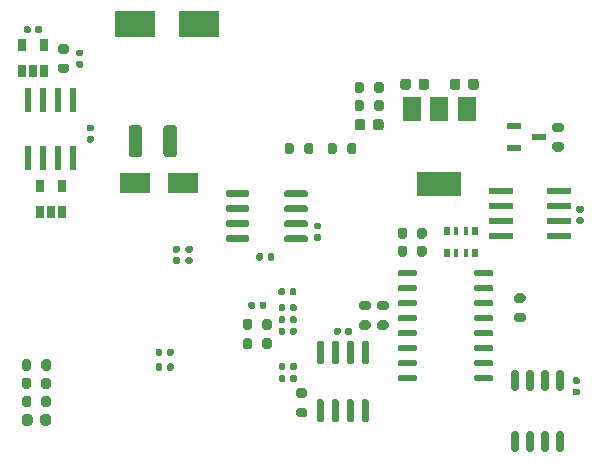
<source format=gbr>
%TF.GenerationSoftware,KiCad,Pcbnew,5.1.9-73d0e3b20d~88~ubuntu20.04.1*%
%TF.CreationDate,2021-04-18T22:18:41+08:00*%
%TF.ProjectId,AbsoluteEncoderBoard,4162736f-6c75-4746-9545-6e636f646572,rev?*%
%TF.SameCoordinates,Original*%
%TF.FileFunction,Paste,Bot*%
%TF.FilePolarity,Positive*%
%FSLAX46Y46*%
G04 Gerber Fmt 4.6, Leading zero omitted, Abs format (unit mm)*
G04 Created by KiCad (PCBNEW 5.1.9-73d0e3b20d~88~ubuntu20.04.1) date 2021-04-18 22:18:41*
%MOMM*%
%LPD*%
G01*
G04 APERTURE LIST*
%ADD10R,0.650000X1.060000*%
%ADD11R,2.500000X1.800000*%
%ADD12R,3.500000X2.300000*%
%ADD13R,1.500000X2.000000*%
%ADD14R,3.800000X2.000000*%
%ADD15R,2.000000X0.600000*%
%ADD16R,0.600000X2.000000*%
%ADD17R,0.500000X0.800000*%
%ADD18R,0.400000X0.800000*%
%ADD19R,1.300000X0.600000*%
G04 APERTURE END LIST*
G36*
G01*
X169165000Y-73575000D02*
X168615000Y-73575000D01*
G75*
G02*
X168415000Y-73375000I0J200000D01*
G01*
X168415000Y-72975000D01*
G75*
G02*
X168615000Y-72775000I200000J0D01*
G01*
X169165000Y-72775000D01*
G75*
G02*
X169365000Y-72975000I0J-200000D01*
G01*
X169365000Y-73375000D01*
G75*
G02*
X169165000Y-73575000I-200000J0D01*
G01*
G37*
G36*
G01*
X169165000Y-75225000D02*
X168615000Y-75225000D01*
G75*
G02*
X168415000Y-75025000I0J200000D01*
G01*
X168415000Y-74625000D01*
G75*
G02*
X168615000Y-74425000I200000J0D01*
G01*
X169165000Y-74425000D01*
G75*
G02*
X169365000Y-74625000I0J-200000D01*
G01*
X169365000Y-75025000D01*
G75*
G02*
X169165000Y-75225000I-200000J0D01*
G01*
G37*
G36*
G01*
X173480000Y-80860000D02*
X173820000Y-80860000D01*
G75*
G02*
X173960000Y-81000000I0J-140000D01*
G01*
X173960000Y-81280000D01*
G75*
G02*
X173820000Y-81420000I-140000J0D01*
G01*
X173480000Y-81420000D01*
G75*
G02*
X173340000Y-81280000I0J140000D01*
G01*
X173340000Y-81000000D01*
G75*
G02*
X173480000Y-80860000I140000J0D01*
G01*
G37*
G36*
G01*
X173480000Y-79900000D02*
X173820000Y-79900000D01*
G75*
G02*
X173960000Y-80040000I0J-140000D01*
G01*
X173960000Y-80320000D01*
G75*
G02*
X173820000Y-80460000I-140000J0D01*
G01*
X173480000Y-80460000D01*
G75*
G02*
X173340000Y-80320000I0J140000D01*
G01*
X173340000Y-80040000D01*
G75*
G02*
X173480000Y-79900000I140000J0D01*
G01*
G37*
G36*
G01*
X146860000Y-73950000D02*
X146860000Y-73610000D01*
G75*
G02*
X147000000Y-73470000I140000J0D01*
G01*
X147280000Y-73470000D01*
G75*
G02*
X147420000Y-73610000I0J-140000D01*
G01*
X147420000Y-73950000D01*
G75*
G02*
X147280000Y-74090000I-140000J0D01*
G01*
X147000000Y-74090000D01*
G75*
G02*
X146860000Y-73950000I0J140000D01*
G01*
G37*
G36*
G01*
X145900000Y-73950000D02*
X145900000Y-73610000D01*
G75*
G02*
X146040000Y-73470000I140000J0D01*
G01*
X146320000Y-73470000D01*
G75*
G02*
X146460000Y-73610000I0J-140000D01*
G01*
X146460000Y-73950000D01*
G75*
G02*
X146320000Y-74090000I-140000J0D01*
G01*
X146040000Y-74090000D01*
G75*
G02*
X145900000Y-73950000I0J140000D01*
G01*
G37*
G36*
G01*
X139630000Y-69725000D02*
X139970000Y-69725000D01*
G75*
G02*
X140110000Y-69865000I0J-140000D01*
G01*
X140110000Y-70145000D01*
G75*
G02*
X139970000Y-70285000I-140000J0D01*
G01*
X139630000Y-70285000D01*
G75*
G02*
X139490000Y-70145000I0J140000D01*
G01*
X139490000Y-69865000D01*
G75*
G02*
X139630000Y-69725000I140000J0D01*
G01*
G37*
G36*
G01*
X139630000Y-68765000D02*
X139970000Y-68765000D01*
G75*
G02*
X140110000Y-68905000I0J-140000D01*
G01*
X140110000Y-69185000D01*
G75*
G02*
X139970000Y-69325000I-140000J0D01*
G01*
X139630000Y-69325000D01*
G75*
G02*
X139490000Y-69185000I0J140000D01*
G01*
X139490000Y-68905000D01*
G75*
G02*
X139630000Y-68765000I140000J0D01*
G01*
G37*
G36*
G01*
X147530000Y-69860000D02*
X147530000Y-69520000D01*
G75*
G02*
X147670000Y-69380000I140000J0D01*
G01*
X147950000Y-69380000D01*
G75*
G02*
X148090000Y-69520000I0J-140000D01*
G01*
X148090000Y-69860000D01*
G75*
G02*
X147950000Y-70000000I-140000J0D01*
G01*
X147670000Y-70000000D01*
G75*
G02*
X147530000Y-69860000I0J140000D01*
G01*
G37*
G36*
G01*
X146570000Y-69860000D02*
X146570000Y-69520000D01*
G75*
G02*
X146710000Y-69380000I140000J0D01*
G01*
X146990000Y-69380000D01*
G75*
G02*
X147130000Y-69520000I0J-140000D01*
G01*
X147130000Y-69860000D01*
G75*
G02*
X146990000Y-70000000I-140000J0D01*
G01*
X146710000Y-70000000D01*
G75*
G02*
X146570000Y-69860000I0J140000D01*
G01*
G37*
G36*
G01*
X139000000Y-77940000D02*
X139000000Y-77600000D01*
G75*
G02*
X139140000Y-77460000I140000J0D01*
G01*
X139420000Y-77460000D01*
G75*
G02*
X139560000Y-77600000I0J-140000D01*
G01*
X139560000Y-77940000D01*
G75*
G02*
X139420000Y-78080000I-140000J0D01*
G01*
X139140000Y-78080000D01*
G75*
G02*
X139000000Y-77940000I0J140000D01*
G01*
G37*
G36*
G01*
X138040000Y-77940000D02*
X138040000Y-77600000D01*
G75*
G02*
X138180000Y-77460000I140000J0D01*
G01*
X138460000Y-77460000D01*
G75*
G02*
X138600000Y-77600000I0J-140000D01*
G01*
X138600000Y-77940000D01*
G75*
G02*
X138460000Y-78080000I-140000J0D01*
G01*
X138180000Y-78080000D01*
G75*
G02*
X138040000Y-77940000I0J140000D01*
G01*
G37*
G36*
G01*
X149000000Y-72480000D02*
X149000000Y-72820000D01*
G75*
G02*
X148860000Y-72960000I-140000J0D01*
G01*
X148580000Y-72960000D01*
G75*
G02*
X148440000Y-72820000I0J140000D01*
G01*
X148440000Y-72480000D01*
G75*
G02*
X148580000Y-72340000I140000J0D01*
G01*
X148860000Y-72340000D01*
G75*
G02*
X149000000Y-72480000I0J-140000D01*
G01*
G37*
G36*
G01*
X149960000Y-72480000D02*
X149960000Y-72820000D01*
G75*
G02*
X149820000Y-72960000I-140000J0D01*
G01*
X149540000Y-72960000D01*
G75*
G02*
X149400000Y-72820000I0J140000D01*
G01*
X149400000Y-72480000D01*
G75*
G02*
X149540000Y-72340000I140000J0D01*
G01*
X149820000Y-72340000D01*
G75*
G02*
X149960000Y-72480000I0J-140000D01*
G01*
G37*
G36*
G01*
X149025000Y-78805000D02*
X149025000Y-79145000D01*
G75*
G02*
X148885000Y-79285000I-140000J0D01*
G01*
X148605000Y-79285000D01*
G75*
G02*
X148465000Y-79145000I0J140000D01*
G01*
X148465000Y-78805000D01*
G75*
G02*
X148605000Y-78665000I140000J0D01*
G01*
X148885000Y-78665000D01*
G75*
G02*
X149025000Y-78805000I0J-140000D01*
G01*
G37*
G36*
G01*
X149985000Y-78805000D02*
X149985000Y-79145000D01*
G75*
G02*
X149845000Y-79285000I-140000J0D01*
G01*
X149565000Y-79285000D01*
G75*
G02*
X149425000Y-79145000I0J140000D01*
G01*
X149425000Y-78805000D01*
G75*
G02*
X149565000Y-78665000I140000J0D01*
G01*
X149845000Y-78665000D01*
G75*
G02*
X149985000Y-78805000I0J-140000D01*
G01*
G37*
G36*
G01*
X140705000Y-69725000D02*
X141045000Y-69725000D01*
G75*
G02*
X141185000Y-69865000I0J-140000D01*
G01*
X141185000Y-70145000D01*
G75*
G02*
X141045000Y-70285000I-140000J0D01*
G01*
X140705000Y-70285000D01*
G75*
G02*
X140565000Y-70145000I0J140000D01*
G01*
X140565000Y-69865000D01*
G75*
G02*
X140705000Y-69725000I140000J0D01*
G01*
G37*
G36*
G01*
X140705000Y-68765000D02*
X141045000Y-68765000D01*
G75*
G02*
X141185000Y-68905000I0J-140000D01*
G01*
X141185000Y-69185000D01*
G75*
G02*
X141045000Y-69325000I-140000J0D01*
G01*
X140705000Y-69325000D01*
G75*
G02*
X140565000Y-69185000I0J140000D01*
G01*
X140565000Y-68905000D01*
G75*
G02*
X140705000Y-68765000I140000J0D01*
G01*
G37*
G36*
G01*
X149425000Y-80170000D02*
X149425000Y-79830000D01*
G75*
G02*
X149565000Y-79690000I140000J0D01*
G01*
X149845000Y-79690000D01*
G75*
G02*
X149985000Y-79830000I0J-140000D01*
G01*
X149985000Y-80170000D01*
G75*
G02*
X149845000Y-80310000I-140000J0D01*
G01*
X149565000Y-80310000D01*
G75*
G02*
X149425000Y-80170000I0J140000D01*
G01*
G37*
G36*
G01*
X148465000Y-80170000D02*
X148465000Y-79830000D01*
G75*
G02*
X148605000Y-79690000I140000J0D01*
G01*
X148885000Y-79690000D01*
G75*
G02*
X149025000Y-79830000I0J-140000D01*
G01*
X149025000Y-80170000D01*
G75*
G02*
X148885000Y-80310000I-140000J0D01*
G01*
X148605000Y-80310000D01*
G75*
G02*
X148465000Y-80170000I0J140000D01*
G01*
G37*
G36*
G01*
X139000000Y-79195000D02*
X139000000Y-78855000D01*
G75*
G02*
X139140000Y-78715000I140000J0D01*
G01*
X139420000Y-78715000D01*
G75*
G02*
X139560000Y-78855000I0J-140000D01*
G01*
X139560000Y-79195000D01*
G75*
G02*
X139420000Y-79335000I-140000J0D01*
G01*
X139140000Y-79335000D01*
G75*
G02*
X139000000Y-79195000I0J140000D01*
G01*
G37*
G36*
G01*
X138040000Y-79195000D02*
X138040000Y-78855000D01*
G75*
G02*
X138180000Y-78715000I140000J0D01*
G01*
X138460000Y-78715000D01*
G75*
G02*
X138600000Y-78855000I0J-140000D01*
G01*
X138600000Y-79195000D01*
G75*
G02*
X138460000Y-79335000I-140000J0D01*
G01*
X138180000Y-79335000D01*
G75*
G02*
X138040000Y-79195000I0J140000D01*
G01*
G37*
G36*
G01*
X151920000Y-67350000D02*
X151580000Y-67350000D01*
G75*
G02*
X151440000Y-67210000I0J140000D01*
G01*
X151440000Y-66930000D01*
G75*
G02*
X151580000Y-66790000I140000J0D01*
G01*
X151920000Y-66790000D01*
G75*
G02*
X152060000Y-66930000I0J-140000D01*
G01*
X152060000Y-67210000D01*
G75*
G02*
X151920000Y-67350000I-140000J0D01*
G01*
G37*
G36*
G01*
X151920000Y-68310000D02*
X151580000Y-68310000D01*
G75*
G02*
X151440000Y-68170000I0J140000D01*
G01*
X151440000Y-67890000D01*
G75*
G02*
X151580000Y-67750000I140000J0D01*
G01*
X151920000Y-67750000D01*
G75*
G02*
X152060000Y-67890000I0J-140000D01*
G01*
X152060000Y-68170000D01*
G75*
G02*
X151920000Y-68310000I-140000J0D01*
G01*
G37*
G36*
G01*
X149010000Y-74830000D02*
X149010000Y-75170000D01*
G75*
G02*
X148870000Y-75310000I-140000J0D01*
G01*
X148590000Y-75310000D01*
G75*
G02*
X148450000Y-75170000I0J140000D01*
G01*
X148450000Y-74830000D01*
G75*
G02*
X148590000Y-74690000I140000J0D01*
G01*
X148870000Y-74690000D01*
G75*
G02*
X149010000Y-74830000I0J-140000D01*
G01*
G37*
G36*
G01*
X149970000Y-74830000D02*
X149970000Y-75170000D01*
G75*
G02*
X149830000Y-75310000I-140000J0D01*
G01*
X149550000Y-75310000D01*
G75*
G02*
X149410000Y-75170000I0J140000D01*
G01*
X149410000Y-74830000D01*
G75*
G02*
X149550000Y-74690000I140000J0D01*
G01*
X149830000Y-74690000D01*
G75*
G02*
X149970000Y-74830000I0J-140000D01*
G01*
G37*
G36*
G01*
X173800000Y-66340000D02*
X174140000Y-66340000D01*
G75*
G02*
X174280000Y-66480000I0J-140000D01*
G01*
X174280000Y-66760000D01*
G75*
G02*
X174140000Y-66900000I-140000J0D01*
G01*
X173800000Y-66900000D01*
G75*
G02*
X173660000Y-66760000I0J140000D01*
G01*
X173660000Y-66480000D01*
G75*
G02*
X173800000Y-66340000I140000J0D01*
G01*
G37*
G36*
G01*
X173800000Y-65380000D02*
X174140000Y-65380000D01*
G75*
G02*
X174280000Y-65520000I0J-140000D01*
G01*
X174280000Y-65800000D01*
G75*
G02*
X174140000Y-65940000I-140000J0D01*
G01*
X173800000Y-65940000D01*
G75*
G02*
X173660000Y-65800000I0J140000D01*
G01*
X173660000Y-65520000D01*
G75*
G02*
X173800000Y-65380000I140000J0D01*
G01*
G37*
G36*
G01*
X153700000Y-75830000D02*
X153700000Y-76170000D01*
G75*
G02*
X153560000Y-76310000I-140000J0D01*
G01*
X153280000Y-76310000D01*
G75*
G02*
X153140000Y-76170000I0J140000D01*
G01*
X153140000Y-75830000D01*
G75*
G02*
X153280000Y-75690000I140000J0D01*
G01*
X153560000Y-75690000D01*
G75*
G02*
X153700000Y-75830000I0J-140000D01*
G01*
G37*
G36*
G01*
X154660000Y-75830000D02*
X154660000Y-76170000D01*
G75*
G02*
X154520000Y-76310000I-140000J0D01*
G01*
X154240000Y-76310000D01*
G75*
G02*
X154100000Y-76170000I0J140000D01*
G01*
X154100000Y-75830000D01*
G75*
G02*
X154240000Y-75690000I140000J0D01*
G01*
X154520000Y-75690000D01*
G75*
G02*
X154660000Y-75830000I0J-140000D01*
G01*
G37*
G36*
G01*
X127450000Y-50280000D02*
X127450000Y-50620000D01*
G75*
G02*
X127310000Y-50760000I-140000J0D01*
G01*
X127030000Y-50760000D01*
G75*
G02*
X126890000Y-50620000I0J140000D01*
G01*
X126890000Y-50280000D01*
G75*
G02*
X127030000Y-50140000I140000J0D01*
G01*
X127310000Y-50140000D01*
G75*
G02*
X127450000Y-50280000I0J-140000D01*
G01*
G37*
G36*
G01*
X128410000Y-50280000D02*
X128410000Y-50620000D01*
G75*
G02*
X128270000Y-50760000I-140000J0D01*
G01*
X127990000Y-50760000D01*
G75*
G02*
X127850000Y-50620000I0J140000D01*
G01*
X127850000Y-50280000D01*
G75*
G02*
X127990000Y-50140000I140000J0D01*
G01*
X128270000Y-50140000D01*
G75*
G02*
X128410000Y-50280000I0J-140000D01*
G01*
G37*
G36*
G01*
X149010000Y-75830000D02*
X149010000Y-76170000D01*
G75*
G02*
X148870000Y-76310000I-140000J0D01*
G01*
X148590000Y-76310000D01*
G75*
G02*
X148450000Y-76170000I0J140000D01*
G01*
X148450000Y-75830000D01*
G75*
G02*
X148590000Y-75690000I140000J0D01*
G01*
X148870000Y-75690000D01*
G75*
G02*
X149010000Y-75830000I0J-140000D01*
G01*
G37*
G36*
G01*
X149970000Y-75830000D02*
X149970000Y-76170000D01*
G75*
G02*
X149830000Y-76310000I-140000J0D01*
G01*
X149550000Y-76310000D01*
G75*
G02*
X149410000Y-76170000I0J140000D01*
G01*
X149410000Y-75830000D01*
G75*
G02*
X149550000Y-75690000I140000J0D01*
G01*
X149830000Y-75690000D01*
G75*
G02*
X149970000Y-75830000I0J-140000D01*
G01*
G37*
G36*
G01*
X131790000Y-52700000D02*
X131450000Y-52700000D01*
G75*
G02*
X131310000Y-52560000I0J140000D01*
G01*
X131310000Y-52280000D01*
G75*
G02*
X131450000Y-52140000I140000J0D01*
G01*
X131790000Y-52140000D01*
G75*
G02*
X131930000Y-52280000I0J-140000D01*
G01*
X131930000Y-52560000D01*
G75*
G02*
X131790000Y-52700000I-140000J0D01*
G01*
G37*
G36*
G01*
X131790000Y-53660000D02*
X131450000Y-53660000D01*
G75*
G02*
X131310000Y-53520000I0J140000D01*
G01*
X131310000Y-53240000D01*
G75*
G02*
X131450000Y-53100000I140000J0D01*
G01*
X131790000Y-53100000D01*
G75*
G02*
X131930000Y-53240000I0J-140000D01*
G01*
X131930000Y-53520000D01*
G75*
G02*
X131790000Y-53660000I-140000J0D01*
G01*
G37*
D10*
X130125000Y-63700000D03*
X128225000Y-63700000D03*
X128225000Y-65900000D03*
X129175000Y-65900000D03*
X130125000Y-65900000D03*
G36*
G01*
X132670000Y-59050000D02*
X132330000Y-59050000D01*
G75*
G02*
X132190000Y-58910000I0J140000D01*
G01*
X132190000Y-58630000D01*
G75*
G02*
X132330000Y-58490000I140000J0D01*
G01*
X132670000Y-58490000D01*
G75*
G02*
X132810000Y-58630000I0J-140000D01*
G01*
X132810000Y-58910000D01*
G75*
G02*
X132670000Y-59050000I-140000J0D01*
G01*
G37*
G36*
G01*
X132670000Y-60010000D02*
X132330000Y-60010000D01*
G75*
G02*
X132190000Y-59870000I0J140000D01*
G01*
X132190000Y-59590000D01*
G75*
G02*
X132330000Y-59450000I140000J0D01*
G01*
X132670000Y-59450000D01*
G75*
G02*
X132810000Y-59590000I0J-140000D01*
G01*
X132810000Y-59870000D01*
G75*
G02*
X132670000Y-60010000I-140000J0D01*
G01*
G37*
G36*
G01*
X149010000Y-73830000D02*
X149010000Y-74170000D01*
G75*
G02*
X148870000Y-74310000I-140000J0D01*
G01*
X148590000Y-74310000D01*
G75*
G02*
X148450000Y-74170000I0J140000D01*
G01*
X148450000Y-73830000D01*
G75*
G02*
X148590000Y-73690000I140000J0D01*
G01*
X148870000Y-73690000D01*
G75*
G02*
X149010000Y-73830000I0J-140000D01*
G01*
G37*
G36*
G01*
X149970000Y-73830000D02*
X149970000Y-74170000D01*
G75*
G02*
X149830000Y-74310000I-140000J0D01*
G01*
X149550000Y-74310000D01*
G75*
G02*
X149410000Y-74170000I0J140000D01*
G01*
X149410000Y-73830000D01*
G75*
G02*
X149550000Y-73690000I140000J0D01*
G01*
X149830000Y-73690000D01*
G75*
G02*
X149970000Y-73830000I0J-140000D01*
G01*
G37*
G36*
G01*
X138700000Y-61000001D02*
X138700000Y-58799999D01*
G75*
G02*
X138949999Y-58550000I249999J0D01*
G01*
X139600001Y-58550000D01*
G75*
G02*
X139850000Y-58799999I0J-249999D01*
G01*
X139850000Y-61000001D01*
G75*
G02*
X139600001Y-61250000I-249999J0D01*
G01*
X138949999Y-61250000D01*
G75*
G02*
X138700000Y-61000001I0J249999D01*
G01*
G37*
G36*
G01*
X135750000Y-61000001D02*
X135750000Y-58799999D01*
G75*
G02*
X135999999Y-58550000I249999J0D01*
G01*
X136650001Y-58550000D01*
G75*
G02*
X136900000Y-58799999I0J-249999D01*
G01*
X136900000Y-61000001D01*
G75*
G02*
X136650001Y-61250000I-249999J0D01*
G01*
X135999999Y-61250000D01*
G75*
G02*
X135750000Y-61000001I0J249999D01*
G01*
G37*
D11*
X136325000Y-63475000D03*
X140325000Y-63475000D03*
D12*
X136290000Y-50010000D03*
X141690000Y-50010000D03*
G36*
G01*
X156440840Y-58750000D02*
X156440840Y-58250000D01*
G75*
G02*
X156665840Y-58025000I225000J0D01*
G01*
X157115840Y-58025000D01*
G75*
G02*
X157340840Y-58250000I0J-225000D01*
G01*
X157340840Y-58750000D01*
G75*
G02*
X157115840Y-58975000I-225000J0D01*
G01*
X156665840Y-58975000D01*
G75*
G02*
X156440840Y-58750000I0J225000D01*
G01*
G37*
G36*
G01*
X154890840Y-58750000D02*
X154890840Y-58250000D01*
G75*
G02*
X155115840Y-58025000I225000J0D01*
G01*
X155565840Y-58025000D01*
G75*
G02*
X155790840Y-58250000I0J-225000D01*
G01*
X155790840Y-58750000D01*
G75*
G02*
X155565840Y-58975000I-225000J0D01*
G01*
X155115840Y-58975000D01*
G75*
G02*
X154890840Y-58750000I0J225000D01*
G01*
G37*
G36*
G01*
X165030000Y-80092500D02*
X165030000Y-79817500D01*
G75*
G02*
X165167500Y-79680000I137500J0D01*
G01*
X166492500Y-79680000D01*
G75*
G02*
X166630000Y-79817500I0J-137500D01*
G01*
X166630000Y-80092500D01*
G75*
G02*
X166492500Y-80230000I-137500J0D01*
G01*
X165167500Y-80230000D01*
G75*
G02*
X165030000Y-80092500I0J137500D01*
G01*
G37*
G36*
G01*
X165030000Y-78822500D02*
X165030000Y-78547500D01*
G75*
G02*
X165167500Y-78410000I137500J0D01*
G01*
X166492500Y-78410000D01*
G75*
G02*
X166630000Y-78547500I0J-137500D01*
G01*
X166630000Y-78822500D01*
G75*
G02*
X166492500Y-78960000I-137500J0D01*
G01*
X165167500Y-78960000D01*
G75*
G02*
X165030000Y-78822500I0J137500D01*
G01*
G37*
G36*
G01*
X165030000Y-77552500D02*
X165030000Y-77277500D01*
G75*
G02*
X165167500Y-77140000I137500J0D01*
G01*
X166492500Y-77140000D01*
G75*
G02*
X166630000Y-77277500I0J-137500D01*
G01*
X166630000Y-77552500D01*
G75*
G02*
X166492500Y-77690000I-137500J0D01*
G01*
X165167500Y-77690000D01*
G75*
G02*
X165030000Y-77552500I0J137500D01*
G01*
G37*
G36*
G01*
X165030000Y-76282500D02*
X165030000Y-76007500D01*
G75*
G02*
X165167500Y-75870000I137500J0D01*
G01*
X166492500Y-75870000D01*
G75*
G02*
X166630000Y-76007500I0J-137500D01*
G01*
X166630000Y-76282500D01*
G75*
G02*
X166492500Y-76420000I-137500J0D01*
G01*
X165167500Y-76420000D01*
G75*
G02*
X165030000Y-76282500I0J137500D01*
G01*
G37*
G36*
G01*
X165030000Y-75012500D02*
X165030000Y-74737500D01*
G75*
G02*
X165167500Y-74600000I137500J0D01*
G01*
X166492500Y-74600000D01*
G75*
G02*
X166630000Y-74737500I0J-137500D01*
G01*
X166630000Y-75012500D01*
G75*
G02*
X166492500Y-75150000I-137500J0D01*
G01*
X165167500Y-75150000D01*
G75*
G02*
X165030000Y-75012500I0J137500D01*
G01*
G37*
G36*
G01*
X165030000Y-73742500D02*
X165030000Y-73467500D01*
G75*
G02*
X165167500Y-73330000I137500J0D01*
G01*
X166492500Y-73330000D01*
G75*
G02*
X166630000Y-73467500I0J-137500D01*
G01*
X166630000Y-73742500D01*
G75*
G02*
X166492500Y-73880000I-137500J0D01*
G01*
X165167500Y-73880000D01*
G75*
G02*
X165030000Y-73742500I0J137500D01*
G01*
G37*
G36*
G01*
X165030000Y-72472500D02*
X165030000Y-72197500D01*
G75*
G02*
X165167500Y-72060000I137500J0D01*
G01*
X166492500Y-72060000D01*
G75*
G02*
X166630000Y-72197500I0J-137500D01*
G01*
X166630000Y-72472500D01*
G75*
G02*
X166492500Y-72610000I-137500J0D01*
G01*
X165167500Y-72610000D01*
G75*
G02*
X165030000Y-72472500I0J137500D01*
G01*
G37*
G36*
G01*
X165030000Y-71202500D02*
X165030000Y-70927500D01*
G75*
G02*
X165167500Y-70790000I137500J0D01*
G01*
X166492500Y-70790000D01*
G75*
G02*
X166630000Y-70927500I0J-137500D01*
G01*
X166630000Y-71202500D01*
G75*
G02*
X166492500Y-71340000I-137500J0D01*
G01*
X165167500Y-71340000D01*
G75*
G02*
X165030000Y-71202500I0J137500D01*
G01*
G37*
G36*
G01*
X158530000Y-71202500D02*
X158530000Y-70927500D01*
G75*
G02*
X158667500Y-70790000I137500J0D01*
G01*
X159992500Y-70790000D01*
G75*
G02*
X160130000Y-70927500I0J-137500D01*
G01*
X160130000Y-71202500D01*
G75*
G02*
X159992500Y-71340000I-137500J0D01*
G01*
X158667500Y-71340000D01*
G75*
G02*
X158530000Y-71202500I0J137500D01*
G01*
G37*
G36*
G01*
X158530000Y-72472500D02*
X158530000Y-72197500D01*
G75*
G02*
X158667500Y-72060000I137500J0D01*
G01*
X159992500Y-72060000D01*
G75*
G02*
X160130000Y-72197500I0J-137500D01*
G01*
X160130000Y-72472500D01*
G75*
G02*
X159992500Y-72610000I-137500J0D01*
G01*
X158667500Y-72610000D01*
G75*
G02*
X158530000Y-72472500I0J137500D01*
G01*
G37*
G36*
G01*
X158530000Y-73742500D02*
X158530000Y-73467500D01*
G75*
G02*
X158667500Y-73330000I137500J0D01*
G01*
X159992500Y-73330000D01*
G75*
G02*
X160130000Y-73467500I0J-137500D01*
G01*
X160130000Y-73742500D01*
G75*
G02*
X159992500Y-73880000I-137500J0D01*
G01*
X158667500Y-73880000D01*
G75*
G02*
X158530000Y-73742500I0J137500D01*
G01*
G37*
G36*
G01*
X158530000Y-75012500D02*
X158530000Y-74737500D01*
G75*
G02*
X158667500Y-74600000I137500J0D01*
G01*
X159992500Y-74600000D01*
G75*
G02*
X160130000Y-74737500I0J-137500D01*
G01*
X160130000Y-75012500D01*
G75*
G02*
X159992500Y-75150000I-137500J0D01*
G01*
X158667500Y-75150000D01*
G75*
G02*
X158530000Y-75012500I0J137500D01*
G01*
G37*
G36*
G01*
X158530000Y-76282500D02*
X158530000Y-76007500D01*
G75*
G02*
X158667500Y-75870000I137500J0D01*
G01*
X159992500Y-75870000D01*
G75*
G02*
X160130000Y-76007500I0J-137500D01*
G01*
X160130000Y-76282500D01*
G75*
G02*
X159992500Y-76420000I-137500J0D01*
G01*
X158667500Y-76420000D01*
G75*
G02*
X158530000Y-76282500I0J137500D01*
G01*
G37*
G36*
G01*
X158530000Y-77552500D02*
X158530000Y-77277500D01*
G75*
G02*
X158667500Y-77140000I137500J0D01*
G01*
X159992500Y-77140000D01*
G75*
G02*
X160130000Y-77277500I0J-137500D01*
G01*
X160130000Y-77552500D01*
G75*
G02*
X159992500Y-77690000I-137500J0D01*
G01*
X158667500Y-77690000D01*
G75*
G02*
X158530000Y-77552500I0J137500D01*
G01*
G37*
G36*
G01*
X158530000Y-78822500D02*
X158530000Y-78547500D01*
G75*
G02*
X158667500Y-78410000I137500J0D01*
G01*
X159992500Y-78410000D01*
G75*
G02*
X160130000Y-78547500I0J-137500D01*
G01*
X160130000Y-78822500D01*
G75*
G02*
X159992500Y-78960000I-137500J0D01*
G01*
X158667500Y-78960000D01*
G75*
G02*
X158530000Y-78822500I0J137500D01*
G01*
G37*
G36*
G01*
X158530000Y-80092500D02*
X158530000Y-79817500D01*
G75*
G02*
X158667500Y-79680000I137500J0D01*
G01*
X159992500Y-79680000D01*
G75*
G02*
X160130000Y-79817500I0J-137500D01*
G01*
X160130000Y-80092500D01*
G75*
G02*
X159992500Y-80230000I-137500J0D01*
G01*
X158667500Y-80230000D01*
G75*
G02*
X158530000Y-80092500I0J137500D01*
G01*
G37*
G36*
G01*
X148950000Y-68305000D02*
X148950000Y-68005000D01*
G75*
G02*
X149100000Y-67855000I150000J0D01*
G01*
X150750000Y-67855000D01*
G75*
G02*
X150900000Y-68005000I0J-150000D01*
G01*
X150900000Y-68305000D01*
G75*
G02*
X150750000Y-68455000I-150000J0D01*
G01*
X149100000Y-68455000D01*
G75*
G02*
X148950000Y-68305000I0J150000D01*
G01*
G37*
G36*
G01*
X148950000Y-67035000D02*
X148950000Y-66735000D01*
G75*
G02*
X149100000Y-66585000I150000J0D01*
G01*
X150750000Y-66585000D01*
G75*
G02*
X150900000Y-66735000I0J-150000D01*
G01*
X150900000Y-67035000D01*
G75*
G02*
X150750000Y-67185000I-150000J0D01*
G01*
X149100000Y-67185000D01*
G75*
G02*
X148950000Y-67035000I0J150000D01*
G01*
G37*
G36*
G01*
X148950000Y-65765000D02*
X148950000Y-65465000D01*
G75*
G02*
X149100000Y-65315000I150000J0D01*
G01*
X150750000Y-65315000D01*
G75*
G02*
X150900000Y-65465000I0J-150000D01*
G01*
X150900000Y-65765000D01*
G75*
G02*
X150750000Y-65915000I-150000J0D01*
G01*
X149100000Y-65915000D01*
G75*
G02*
X148950000Y-65765000I0J150000D01*
G01*
G37*
G36*
G01*
X148950000Y-64495000D02*
X148950000Y-64195000D01*
G75*
G02*
X149100000Y-64045000I150000J0D01*
G01*
X150750000Y-64045000D01*
G75*
G02*
X150900000Y-64195000I0J-150000D01*
G01*
X150900000Y-64495000D01*
G75*
G02*
X150750000Y-64645000I-150000J0D01*
G01*
X149100000Y-64645000D01*
G75*
G02*
X148950000Y-64495000I0J150000D01*
G01*
G37*
G36*
G01*
X144000000Y-64495000D02*
X144000000Y-64195000D01*
G75*
G02*
X144150000Y-64045000I150000J0D01*
G01*
X145800000Y-64045000D01*
G75*
G02*
X145950000Y-64195000I0J-150000D01*
G01*
X145950000Y-64495000D01*
G75*
G02*
X145800000Y-64645000I-150000J0D01*
G01*
X144150000Y-64645000D01*
G75*
G02*
X144000000Y-64495000I0J150000D01*
G01*
G37*
G36*
G01*
X144000000Y-65765000D02*
X144000000Y-65465000D01*
G75*
G02*
X144150000Y-65315000I150000J0D01*
G01*
X145800000Y-65315000D01*
G75*
G02*
X145950000Y-65465000I0J-150000D01*
G01*
X145950000Y-65765000D01*
G75*
G02*
X145800000Y-65915000I-150000J0D01*
G01*
X144150000Y-65915000D01*
G75*
G02*
X144000000Y-65765000I0J150000D01*
G01*
G37*
G36*
G01*
X144000000Y-67035000D02*
X144000000Y-66735000D01*
G75*
G02*
X144150000Y-66585000I150000J0D01*
G01*
X145800000Y-66585000D01*
G75*
G02*
X145950000Y-66735000I0J-150000D01*
G01*
X145950000Y-67035000D01*
G75*
G02*
X145800000Y-67185000I-150000J0D01*
G01*
X144150000Y-67185000D01*
G75*
G02*
X144000000Y-67035000I0J150000D01*
G01*
G37*
G36*
G01*
X144000000Y-68305000D02*
X144000000Y-68005000D01*
G75*
G02*
X144150000Y-67855000I150000J0D01*
G01*
X145800000Y-67855000D01*
G75*
G02*
X145950000Y-68005000I0J-150000D01*
G01*
X145950000Y-68305000D01*
G75*
G02*
X145800000Y-68455000I-150000J0D01*
G01*
X144150000Y-68455000D01*
G75*
G02*
X144000000Y-68305000I0J150000D01*
G01*
G37*
D13*
X159763400Y-57190000D03*
X164363400Y-57190000D03*
X162063400Y-57190000D03*
D14*
X162063400Y-63490000D03*
G36*
G01*
X172425000Y-81050000D02*
X172125000Y-81050000D01*
G75*
G02*
X171975000Y-80900000I0J150000D01*
G01*
X171975000Y-79450000D01*
G75*
G02*
X172125000Y-79300000I150000J0D01*
G01*
X172425000Y-79300000D01*
G75*
G02*
X172575000Y-79450000I0J-150000D01*
G01*
X172575000Y-80900000D01*
G75*
G02*
X172425000Y-81050000I-150000J0D01*
G01*
G37*
G36*
G01*
X171155000Y-81050000D02*
X170855000Y-81050000D01*
G75*
G02*
X170705000Y-80900000I0J150000D01*
G01*
X170705000Y-79450000D01*
G75*
G02*
X170855000Y-79300000I150000J0D01*
G01*
X171155000Y-79300000D01*
G75*
G02*
X171305000Y-79450000I0J-150000D01*
G01*
X171305000Y-80900000D01*
G75*
G02*
X171155000Y-81050000I-150000J0D01*
G01*
G37*
G36*
G01*
X169885000Y-81050000D02*
X169585000Y-81050000D01*
G75*
G02*
X169435000Y-80900000I0J150000D01*
G01*
X169435000Y-79450000D01*
G75*
G02*
X169585000Y-79300000I150000J0D01*
G01*
X169885000Y-79300000D01*
G75*
G02*
X170035000Y-79450000I0J-150000D01*
G01*
X170035000Y-80900000D01*
G75*
G02*
X169885000Y-81050000I-150000J0D01*
G01*
G37*
G36*
G01*
X168615000Y-81050000D02*
X168315000Y-81050000D01*
G75*
G02*
X168165000Y-80900000I0J150000D01*
G01*
X168165000Y-79450000D01*
G75*
G02*
X168315000Y-79300000I150000J0D01*
G01*
X168615000Y-79300000D01*
G75*
G02*
X168765000Y-79450000I0J-150000D01*
G01*
X168765000Y-80900000D01*
G75*
G02*
X168615000Y-81050000I-150000J0D01*
G01*
G37*
G36*
G01*
X168615000Y-86200000D02*
X168315000Y-86200000D01*
G75*
G02*
X168165000Y-86050000I0J150000D01*
G01*
X168165000Y-84600000D01*
G75*
G02*
X168315000Y-84450000I150000J0D01*
G01*
X168615000Y-84450000D01*
G75*
G02*
X168765000Y-84600000I0J-150000D01*
G01*
X168765000Y-86050000D01*
G75*
G02*
X168615000Y-86200000I-150000J0D01*
G01*
G37*
G36*
G01*
X169885000Y-86200000D02*
X169585000Y-86200000D01*
G75*
G02*
X169435000Y-86050000I0J150000D01*
G01*
X169435000Y-84600000D01*
G75*
G02*
X169585000Y-84450000I150000J0D01*
G01*
X169885000Y-84450000D01*
G75*
G02*
X170035000Y-84600000I0J-150000D01*
G01*
X170035000Y-86050000D01*
G75*
G02*
X169885000Y-86200000I-150000J0D01*
G01*
G37*
G36*
G01*
X171155000Y-86200000D02*
X170855000Y-86200000D01*
G75*
G02*
X170705000Y-86050000I0J150000D01*
G01*
X170705000Y-84600000D01*
G75*
G02*
X170855000Y-84450000I150000J0D01*
G01*
X171155000Y-84450000D01*
G75*
G02*
X171305000Y-84600000I0J-150000D01*
G01*
X171305000Y-86050000D01*
G75*
G02*
X171155000Y-86200000I-150000J0D01*
G01*
G37*
G36*
G01*
X172425000Y-86200000D02*
X172125000Y-86200000D01*
G75*
G02*
X171975000Y-86050000I0J150000D01*
G01*
X171975000Y-84600000D01*
G75*
G02*
X172125000Y-84450000I150000J0D01*
G01*
X172425000Y-84450000D01*
G75*
G02*
X172575000Y-84600000I0J-150000D01*
G01*
X172575000Y-86050000D01*
G75*
G02*
X172425000Y-86200000I-150000J0D01*
G01*
G37*
D15*
X172180000Y-66635000D03*
X167280000Y-64095000D03*
X167280000Y-65365000D03*
X167280000Y-66635000D03*
X167280000Y-67905000D03*
X172180000Y-67905000D03*
X172180000Y-65365000D03*
X172180000Y-64095000D03*
G36*
G01*
X151845000Y-81750000D02*
X152145000Y-81750000D01*
G75*
G02*
X152295000Y-81900000I0J-150000D01*
G01*
X152295000Y-83550000D01*
G75*
G02*
X152145000Y-83700000I-150000J0D01*
G01*
X151845000Y-83700000D01*
G75*
G02*
X151695000Y-83550000I0J150000D01*
G01*
X151695000Y-81900000D01*
G75*
G02*
X151845000Y-81750000I150000J0D01*
G01*
G37*
G36*
G01*
X153115000Y-81750000D02*
X153415000Y-81750000D01*
G75*
G02*
X153565000Y-81900000I0J-150000D01*
G01*
X153565000Y-83550000D01*
G75*
G02*
X153415000Y-83700000I-150000J0D01*
G01*
X153115000Y-83700000D01*
G75*
G02*
X152965000Y-83550000I0J150000D01*
G01*
X152965000Y-81900000D01*
G75*
G02*
X153115000Y-81750000I150000J0D01*
G01*
G37*
G36*
G01*
X154385000Y-81750000D02*
X154685000Y-81750000D01*
G75*
G02*
X154835000Y-81900000I0J-150000D01*
G01*
X154835000Y-83550000D01*
G75*
G02*
X154685000Y-83700000I-150000J0D01*
G01*
X154385000Y-83700000D01*
G75*
G02*
X154235000Y-83550000I0J150000D01*
G01*
X154235000Y-81900000D01*
G75*
G02*
X154385000Y-81750000I150000J0D01*
G01*
G37*
G36*
G01*
X155655000Y-81750000D02*
X155955000Y-81750000D01*
G75*
G02*
X156105000Y-81900000I0J-150000D01*
G01*
X156105000Y-83550000D01*
G75*
G02*
X155955000Y-83700000I-150000J0D01*
G01*
X155655000Y-83700000D01*
G75*
G02*
X155505000Y-83550000I0J150000D01*
G01*
X155505000Y-81900000D01*
G75*
G02*
X155655000Y-81750000I150000J0D01*
G01*
G37*
G36*
G01*
X155655000Y-76800000D02*
X155955000Y-76800000D01*
G75*
G02*
X156105000Y-76950000I0J-150000D01*
G01*
X156105000Y-78600000D01*
G75*
G02*
X155955000Y-78750000I-150000J0D01*
G01*
X155655000Y-78750000D01*
G75*
G02*
X155505000Y-78600000I0J150000D01*
G01*
X155505000Y-76950000D01*
G75*
G02*
X155655000Y-76800000I150000J0D01*
G01*
G37*
G36*
G01*
X154385000Y-76800000D02*
X154685000Y-76800000D01*
G75*
G02*
X154835000Y-76950000I0J-150000D01*
G01*
X154835000Y-78600000D01*
G75*
G02*
X154685000Y-78750000I-150000J0D01*
G01*
X154385000Y-78750000D01*
G75*
G02*
X154235000Y-78600000I0J150000D01*
G01*
X154235000Y-76950000D01*
G75*
G02*
X154385000Y-76800000I150000J0D01*
G01*
G37*
G36*
G01*
X153115000Y-76800000D02*
X153415000Y-76800000D01*
G75*
G02*
X153565000Y-76950000I0J-150000D01*
G01*
X153565000Y-78600000D01*
G75*
G02*
X153415000Y-78750000I-150000J0D01*
G01*
X153115000Y-78750000D01*
G75*
G02*
X152965000Y-78600000I0J150000D01*
G01*
X152965000Y-76950000D01*
G75*
G02*
X153115000Y-76800000I150000J0D01*
G01*
G37*
G36*
G01*
X151845000Y-76800000D02*
X152145000Y-76800000D01*
G75*
G02*
X152295000Y-76950000I0J-150000D01*
G01*
X152295000Y-78600000D01*
G75*
G02*
X152145000Y-78750000I-150000J0D01*
G01*
X151845000Y-78750000D01*
G75*
G02*
X151695000Y-78600000I0J150000D01*
G01*
X151695000Y-76950000D01*
G75*
G02*
X151845000Y-76800000I150000J0D01*
G01*
G37*
D10*
X128600000Y-51775000D03*
X126700000Y-51775000D03*
X126700000Y-53975000D03*
X127650000Y-53975000D03*
X128600000Y-53975000D03*
D16*
X128540000Y-61350000D03*
X131080000Y-56450000D03*
X129810000Y-56450000D03*
X128540000Y-56450000D03*
X127270000Y-56450000D03*
X127270000Y-61350000D03*
X129810000Y-61350000D03*
X131080000Y-61350000D03*
D17*
X165110000Y-69330000D03*
D18*
X164310000Y-69330000D03*
D17*
X162710000Y-69330000D03*
D18*
X163510000Y-69330000D03*
D17*
X165110000Y-67530000D03*
D18*
X163510000Y-67530000D03*
X164310000Y-67530000D03*
D17*
X162710000Y-67530000D03*
G36*
G01*
X159325000Y-68935000D02*
X159325000Y-69485000D01*
G75*
G02*
X159125000Y-69685000I-200000J0D01*
G01*
X158725000Y-69685000D01*
G75*
G02*
X158525000Y-69485000I0J200000D01*
G01*
X158525000Y-68935000D01*
G75*
G02*
X158725000Y-68735000I200000J0D01*
G01*
X159125000Y-68735000D01*
G75*
G02*
X159325000Y-68935000I0J-200000D01*
G01*
G37*
G36*
G01*
X160975000Y-68935000D02*
X160975000Y-69485000D01*
G75*
G02*
X160775000Y-69685000I-200000J0D01*
G01*
X160375000Y-69685000D01*
G75*
G02*
X160175000Y-69485000I0J200000D01*
G01*
X160175000Y-68935000D01*
G75*
G02*
X160375000Y-68735000I200000J0D01*
G01*
X160775000Y-68735000D01*
G75*
G02*
X160975000Y-68935000I0J-200000D01*
G01*
G37*
G36*
G01*
X159325000Y-67415000D02*
X159325000Y-67965000D01*
G75*
G02*
X159125000Y-68165000I-200000J0D01*
G01*
X158725000Y-68165000D01*
G75*
G02*
X158525000Y-67965000I0J200000D01*
G01*
X158525000Y-67415000D01*
G75*
G02*
X158725000Y-67215000I200000J0D01*
G01*
X159125000Y-67215000D01*
G75*
G02*
X159325000Y-67415000I0J-200000D01*
G01*
G37*
G36*
G01*
X160975000Y-67415000D02*
X160975000Y-67965000D01*
G75*
G02*
X160775000Y-68165000I-200000J0D01*
G01*
X160375000Y-68165000D01*
G75*
G02*
X160175000Y-67965000I0J200000D01*
G01*
X160175000Y-67415000D01*
G75*
G02*
X160375000Y-67215000I200000J0D01*
G01*
X160775000Y-67215000D01*
G75*
G02*
X160975000Y-67415000I0J-200000D01*
G01*
G37*
G36*
G01*
X157560000Y-74215000D02*
X157010000Y-74215000D01*
G75*
G02*
X156810000Y-74015000I0J200000D01*
G01*
X156810000Y-73615000D01*
G75*
G02*
X157010000Y-73415000I200000J0D01*
G01*
X157560000Y-73415000D01*
G75*
G02*
X157760000Y-73615000I0J-200000D01*
G01*
X157760000Y-74015000D01*
G75*
G02*
X157560000Y-74215000I-200000J0D01*
G01*
G37*
G36*
G01*
X157560000Y-75865000D02*
X157010000Y-75865000D01*
G75*
G02*
X156810000Y-75665000I0J200000D01*
G01*
X156810000Y-75265000D01*
G75*
G02*
X157010000Y-75065000I200000J0D01*
G01*
X157560000Y-75065000D01*
G75*
G02*
X157760000Y-75265000I0J-200000D01*
G01*
X157760000Y-75665000D01*
G75*
G02*
X157560000Y-75865000I-200000J0D01*
G01*
G37*
G36*
G01*
X156035000Y-74215000D02*
X155485000Y-74215000D01*
G75*
G02*
X155285000Y-74015000I0J200000D01*
G01*
X155285000Y-73615000D01*
G75*
G02*
X155485000Y-73415000I200000J0D01*
G01*
X156035000Y-73415000D01*
G75*
G02*
X156235000Y-73615000I0J-200000D01*
G01*
X156235000Y-74015000D01*
G75*
G02*
X156035000Y-74215000I-200000J0D01*
G01*
G37*
G36*
G01*
X156035000Y-75865000D02*
X155485000Y-75865000D01*
G75*
G02*
X155285000Y-75665000I0J200000D01*
G01*
X155285000Y-75265000D01*
G75*
G02*
X155485000Y-75065000I200000J0D01*
G01*
X156035000Y-75065000D01*
G75*
G02*
X156235000Y-75265000I0J-200000D01*
G01*
X156235000Y-75665000D01*
G75*
G02*
X156035000Y-75865000I-200000J0D01*
G01*
G37*
G36*
G01*
X153395000Y-60245000D02*
X153395000Y-60795000D01*
G75*
G02*
X153195000Y-60995000I-200000J0D01*
G01*
X152795000Y-60995000D01*
G75*
G02*
X152595000Y-60795000I0J200000D01*
G01*
X152595000Y-60245000D01*
G75*
G02*
X152795000Y-60045000I200000J0D01*
G01*
X153195000Y-60045000D01*
G75*
G02*
X153395000Y-60245000I0J-200000D01*
G01*
G37*
G36*
G01*
X155045000Y-60245000D02*
X155045000Y-60795000D01*
G75*
G02*
X154845000Y-60995000I-200000J0D01*
G01*
X154445000Y-60995000D01*
G75*
G02*
X154245000Y-60795000I0J200000D01*
G01*
X154245000Y-60245000D01*
G75*
G02*
X154445000Y-60045000I200000J0D01*
G01*
X154845000Y-60045000D01*
G75*
G02*
X155045000Y-60245000I0J-200000D01*
G01*
G37*
G36*
G01*
X150605000Y-60775000D02*
X150605000Y-60225000D01*
G75*
G02*
X150805000Y-60025000I200000J0D01*
G01*
X151205000Y-60025000D01*
G75*
G02*
X151405000Y-60225000I0J-200000D01*
G01*
X151405000Y-60775000D01*
G75*
G02*
X151205000Y-60975000I-200000J0D01*
G01*
X150805000Y-60975000D01*
G75*
G02*
X150605000Y-60775000I0J200000D01*
G01*
G37*
G36*
G01*
X148955000Y-60775000D02*
X148955000Y-60225000D01*
G75*
G02*
X149155000Y-60025000I200000J0D01*
G01*
X149555000Y-60025000D01*
G75*
G02*
X149755000Y-60225000I0J-200000D01*
G01*
X149755000Y-60775000D01*
G75*
G02*
X149555000Y-60975000I-200000J0D01*
G01*
X149155000Y-60975000D01*
G75*
G02*
X148955000Y-60775000I0J200000D01*
G01*
G37*
G36*
G01*
X146225000Y-75125000D02*
X146225000Y-75675000D01*
G75*
G02*
X146025000Y-75875000I-200000J0D01*
G01*
X145625000Y-75875000D01*
G75*
G02*
X145425000Y-75675000I0J200000D01*
G01*
X145425000Y-75125000D01*
G75*
G02*
X145625000Y-74925000I200000J0D01*
G01*
X146025000Y-74925000D01*
G75*
G02*
X146225000Y-75125000I0J-200000D01*
G01*
G37*
G36*
G01*
X147875000Y-75125000D02*
X147875000Y-75675000D01*
G75*
G02*
X147675000Y-75875000I-200000J0D01*
G01*
X147275000Y-75875000D01*
G75*
G02*
X147075000Y-75675000I0J200000D01*
G01*
X147075000Y-75125000D01*
G75*
G02*
X147275000Y-74925000I200000J0D01*
G01*
X147675000Y-74925000D01*
G75*
G02*
X147875000Y-75125000I0J-200000D01*
G01*
G37*
G36*
G01*
X146225000Y-76775000D02*
X146225000Y-77325000D01*
G75*
G02*
X146025000Y-77525000I-200000J0D01*
G01*
X145625000Y-77525000D01*
G75*
G02*
X145425000Y-77325000I0J200000D01*
G01*
X145425000Y-76775000D01*
G75*
G02*
X145625000Y-76575000I200000J0D01*
G01*
X146025000Y-76575000D01*
G75*
G02*
X146225000Y-76775000I0J-200000D01*
G01*
G37*
G36*
G01*
X147875000Y-76775000D02*
X147875000Y-77325000D01*
G75*
G02*
X147675000Y-77525000I-200000J0D01*
G01*
X147275000Y-77525000D01*
G75*
G02*
X147075000Y-77325000I0J200000D01*
G01*
X147075000Y-76775000D01*
G75*
G02*
X147275000Y-76575000I200000J0D01*
G01*
X147675000Y-76575000D01*
G75*
G02*
X147875000Y-76775000I0J-200000D01*
G01*
G37*
G36*
G01*
X155688300Y-55066480D02*
X155688300Y-55616480D01*
G75*
G02*
X155488300Y-55816480I-200000J0D01*
G01*
X155088300Y-55816480D01*
G75*
G02*
X154888300Y-55616480I0J200000D01*
G01*
X154888300Y-55066480D01*
G75*
G02*
X155088300Y-54866480I200000J0D01*
G01*
X155488300Y-54866480D01*
G75*
G02*
X155688300Y-55066480I0J-200000D01*
G01*
G37*
G36*
G01*
X157338300Y-55066480D02*
X157338300Y-55616480D01*
G75*
G02*
X157138300Y-55816480I-200000J0D01*
G01*
X156738300Y-55816480D01*
G75*
G02*
X156538300Y-55616480I0J200000D01*
G01*
X156538300Y-55066480D01*
G75*
G02*
X156738300Y-54866480I200000J0D01*
G01*
X157138300Y-54866480D01*
G75*
G02*
X157338300Y-55066480I0J-200000D01*
G01*
G37*
G36*
G01*
X155693380Y-56595560D02*
X155693380Y-57145560D01*
G75*
G02*
X155493380Y-57345560I-200000J0D01*
G01*
X155093380Y-57345560D01*
G75*
G02*
X154893380Y-57145560I0J200000D01*
G01*
X154893380Y-56595560D01*
G75*
G02*
X155093380Y-56395560I200000J0D01*
G01*
X155493380Y-56395560D01*
G75*
G02*
X155693380Y-56595560I0J-200000D01*
G01*
G37*
G36*
G01*
X157343380Y-56595560D02*
X157343380Y-57145560D01*
G75*
G02*
X157143380Y-57345560I-200000J0D01*
G01*
X156743380Y-57345560D01*
G75*
G02*
X156543380Y-57145560I0J200000D01*
G01*
X156543380Y-56595560D01*
G75*
G02*
X156743380Y-56395560I200000J0D01*
G01*
X157143380Y-56395560D01*
G75*
G02*
X157343380Y-56595560I0J-200000D01*
G01*
G37*
G36*
G01*
X128375000Y-82225000D02*
X128375000Y-81675000D01*
G75*
G02*
X128575000Y-81475000I200000J0D01*
G01*
X128975000Y-81475000D01*
G75*
G02*
X129175000Y-81675000I0J-200000D01*
G01*
X129175000Y-82225000D01*
G75*
G02*
X128975000Y-82425000I-200000J0D01*
G01*
X128575000Y-82425000D01*
G75*
G02*
X128375000Y-82225000I0J200000D01*
G01*
G37*
G36*
G01*
X126725000Y-82225000D02*
X126725000Y-81675000D01*
G75*
G02*
X126925000Y-81475000I200000J0D01*
G01*
X127325000Y-81475000D01*
G75*
G02*
X127525000Y-81675000I0J-200000D01*
G01*
X127525000Y-82225000D01*
G75*
G02*
X127325000Y-82425000I-200000J0D01*
G01*
X126925000Y-82425000D01*
G75*
G02*
X126725000Y-82225000I0J200000D01*
G01*
G37*
G36*
G01*
X128365000Y-80675000D02*
X128365000Y-80125000D01*
G75*
G02*
X128565000Y-79925000I200000J0D01*
G01*
X128965000Y-79925000D01*
G75*
G02*
X129165000Y-80125000I0J-200000D01*
G01*
X129165000Y-80675000D01*
G75*
G02*
X128965000Y-80875000I-200000J0D01*
G01*
X128565000Y-80875000D01*
G75*
G02*
X128365000Y-80675000I0J200000D01*
G01*
G37*
G36*
G01*
X126715000Y-80675000D02*
X126715000Y-80125000D01*
G75*
G02*
X126915000Y-79925000I200000J0D01*
G01*
X127315000Y-79925000D01*
G75*
G02*
X127515000Y-80125000I0J-200000D01*
G01*
X127515000Y-80675000D01*
G75*
G02*
X127315000Y-80875000I-200000J0D01*
G01*
X126915000Y-80875000D01*
G75*
G02*
X126715000Y-80675000I0J200000D01*
G01*
G37*
G36*
G01*
X127525000Y-78575000D02*
X127525000Y-79125000D01*
G75*
G02*
X127325000Y-79325000I-200000J0D01*
G01*
X126925000Y-79325000D01*
G75*
G02*
X126725000Y-79125000I0J200000D01*
G01*
X126725000Y-78575000D01*
G75*
G02*
X126925000Y-78375000I200000J0D01*
G01*
X127325000Y-78375000D01*
G75*
G02*
X127525000Y-78575000I0J-200000D01*
G01*
G37*
G36*
G01*
X129175000Y-78575000D02*
X129175000Y-79125000D01*
G75*
G02*
X128975000Y-79325000I-200000J0D01*
G01*
X128575000Y-79325000D01*
G75*
G02*
X128375000Y-79125000I0J200000D01*
G01*
X128375000Y-78575000D01*
G75*
G02*
X128575000Y-78375000I200000J0D01*
G01*
X128975000Y-78375000D01*
G75*
G02*
X129175000Y-78575000I0J-200000D01*
G01*
G37*
G36*
G01*
X171825000Y-59975000D02*
X172375000Y-59975000D01*
G75*
G02*
X172575000Y-60175000I0J-200000D01*
G01*
X172575000Y-60575000D01*
G75*
G02*
X172375000Y-60775000I-200000J0D01*
G01*
X171825000Y-60775000D01*
G75*
G02*
X171625000Y-60575000I0J200000D01*
G01*
X171625000Y-60175000D01*
G75*
G02*
X171825000Y-59975000I200000J0D01*
G01*
G37*
G36*
G01*
X171825000Y-58325000D02*
X172375000Y-58325000D01*
G75*
G02*
X172575000Y-58525000I0J-200000D01*
G01*
X172575000Y-58925000D01*
G75*
G02*
X172375000Y-59125000I-200000J0D01*
G01*
X171825000Y-59125000D01*
G75*
G02*
X171625000Y-58925000I0J200000D01*
G01*
X171625000Y-58525000D01*
G75*
G02*
X171825000Y-58325000I200000J0D01*
G01*
G37*
G36*
G01*
X150125000Y-82475000D02*
X150675000Y-82475000D01*
G75*
G02*
X150875000Y-82675000I0J-200000D01*
G01*
X150875000Y-83075000D01*
G75*
G02*
X150675000Y-83275000I-200000J0D01*
G01*
X150125000Y-83275000D01*
G75*
G02*
X149925000Y-83075000I0J200000D01*
G01*
X149925000Y-82675000D01*
G75*
G02*
X150125000Y-82475000I200000J0D01*
G01*
G37*
G36*
G01*
X150125000Y-80825000D02*
X150675000Y-80825000D01*
G75*
G02*
X150875000Y-81025000I0J-200000D01*
G01*
X150875000Y-81425000D01*
G75*
G02*
X150675000Y-81625000I-200000J0D01*
G01*
X150125000Y-81625000D01*
G75*
G02*
X149925000Y-81425000I0J200000D01*
G01*
X149925000Y-81025000D01*
G75*
G02*
X150125000Y-80825000I200000J0D01*
G01*
G37*
G36*
G01*
X129975000Y-53325000D02*
X130525000Y-53325000D01*
G75*
G02*
X130725000Y-53525000I0J-200000D01*
G01*
X130725000Y-53925000D01*
G75*
G02*
X130525000Y-54125000I-200000J0D01*
G01*
X129975000Y-54125000D01*
G75*
G02*
X129775000Y-53925000I0J200000D01*
G01*
X129775000Y-53525000D01*
G75*
G02*
X129975000Y-53325000I200000J0D01*
G01*
G37*
G36*
G01*
X129975000Y-51675000D02*
X130525000Y-51675000D01*
G75*
G02*
X130725000Y-51875000I0J-200000D01*
G01*
X130725000Y-52275000D01*
G75*
G02*
X130525000Y-52475000I-200000J0D01*
G01*
X129975000Y-52475000D01*
G75*
G02*
X129775000Y-52275000I0J200000D01*
G01*
X129775000Y-51875000D01*
G75*
G02*
X129975000Y-51675000I200000J0D01*
G01*
G37*
D19*
X168375000Y-60500000D03*
X168375000Y-58600000D03*
X170475000Y-59550000D03*
G36*
G01*
X159650000Y-54825000D02*
X159650000Y-55325000D01*
G75*
G02*
X159425000Y-55550000I-225000J0D01*
G01*
X158975000Y-55550000D01*
G75*
G02*
X158750000Y-55325000I0J225000D01*
G01*
X158750000Y-54825000D01*
G75*
G02*
X158975000Y-54600000I225000J0D01*
G01*
X159425000Y-54600000D01*
G75*
G02*
X159650000Y-54825000I0J-225000D01*
G01*
G37*
G36*
G01*
X161200000Y-54825000D02*
X161200000Y-55325000D01*
G75*
G02*
X160975000Y-55550000I-225000J0D01*
G01*
X160525000Y-55550000D01*
G75*
G02*
X160300000Y-55325000I0J225000D01*
G01*
X160300000Y-54825000D01*
G75*
G02*
X160525000Y-54600000I225000J0D01*
G01*
X160975000Y-54600000D01*
G75*
G02*
X161200000Y-54825000I0J-225000D01*
G01*
G37*
G36*
G01*
X164500000Y-55325000D02*
X164500000Y-54825000D01*
G75*
G02*
X164725000Y-54600000I225000J0D01*
G01*
X165175000Y-54600000D01*
G75*
G02*
X165400000Y-54825000I0J-225000D01*
G01*
X165400000Y-55325000D01*
G75*
G02*
X165175000Y-55550000I-225000J0D01*
G01*
X164725000Y-55550000D01*
G75*
G02*
X164500000Y-55325000I0J225000D01*
G01*
G37*
G36*
G01*
X162950000Y-55325000D02*
X162950000Y-54825000D01*
G75*
G02*
X163175000Y-54600000I225000J0D01*
G01*
X163625000Y-54600000D01*
G75*
G02*
X163850000Y-54825000I0J-225000D01*
G01*
X163850000Y-55325000D01*
G75*
G02*
X163625000Y-55550000I-225000J0D01*
G01*
X163175000Y-55550000D01*
G75*
G02*
X162950000Y-55325000I0J225000D01*
G01*
G37*
G36*
G01*
X128275000Y-83750000D02*
X128275000Y-83250000D01*
G75*
G02*
X128500000Y-83025000I225000J0D01*
G01*
X128950000Y-83025000D01*
G75*
G02*
X129175000Y-83250000I0J-225000D01*
G01*
X129175000Y-83750000D01*
G75*
G02*
X128950000Y-83975000I-225000J0D01*
G01*
X128500000Y-83975000D01*
G75*
G02*
X128275000Y-83750000I0J225000D01*
G01*
G37*
G36*
G01*
X126725000Y-83750000D02*
X126725000Y-83250000D01*
G75*
G02*
X126950000Y-83025000I225000J0D01*
G01*
X127400000Y-83025000D01*
G75*
G02*
X127625000Y-83250000I0J-225000D01*
G01*
X127625000Y-83750000D01*
G75*
G02*
X127400000Y-83975000I-225000J0D01*
G01*
X126950000Y-83975000D01*
G75*
G02*
X126725000Y-83750000I0J225000D01*
G01*
G37*
M02*

</source>
